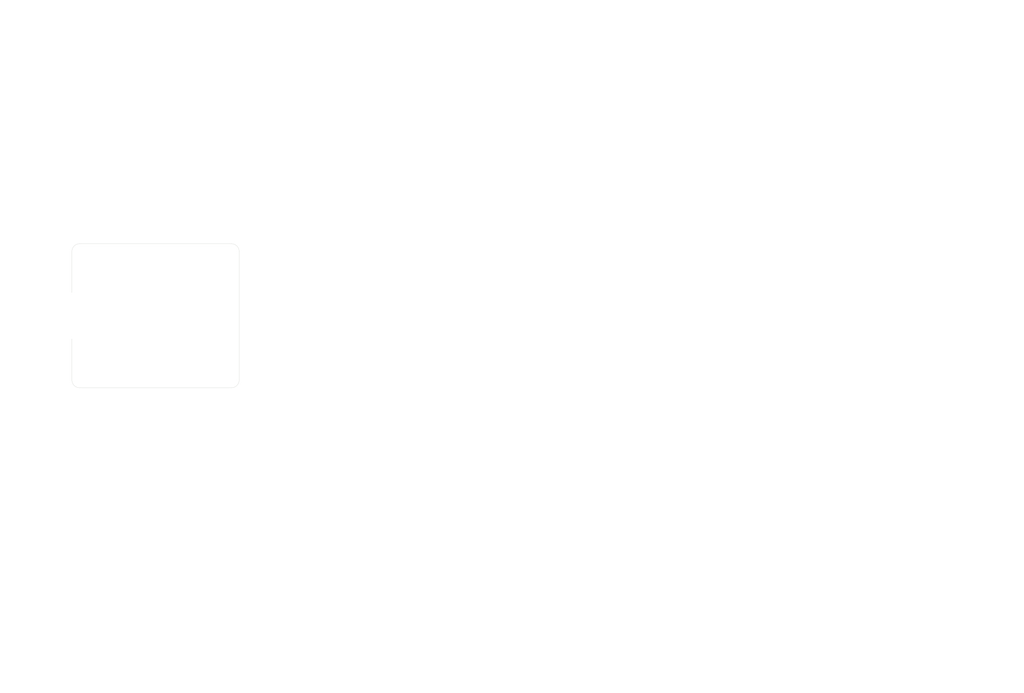
<source format=kicad_pcb>
(kicad_pcb (version 20241229) (generator "pcbnew") (generator_version "9.0")
  (title_block (title "Example Project") (date "2025-09-17") (company "Fresu Electronics LLC") (comment 3 "irkenk8@gmail.com") (comment 4 "Irina Kenko"))
  (layers (0 "F.Cu" signal) (2 "B.Cu" signal) (13 "F.Paste" user) (15 "B.Paste" user) (5 "F.SilkS" user "F.Silkscreen") (7 "B.SilkS" user "B.Silkscreen") (1 "F.Mask" user) (3 "B.Mask" user) (25 "Edge.Cuts" user))
  (net 0 "")
  (footprint "MountingHole:MountingHole_2.7mm_M2.5" (layer "F.Cu") (at 241.82 122.12)
    (property "Reference" "MH2" (hide yes))
    (property "Value" "MountingHole_2.7mm_M2.5" (hide yes))
    (pad "" np_thru_hole circle (at 0 0) (size 2.7 2.7) (drill 2.7) (layers "*.Cu" "*.Mask"))
  )
  (footprint "MountingHole:MountingHole_2.7mm_M2.5" (layer "F.Cu") (at 183.82 171.12)
    (property "Reference" "MH3" (hide yes))
    (property "Value" "MountingHole_2.7mm_M2.5" (hide yes))
    (pad "" np_thru_hole circle (at 0 0) (size 2.7 2.7) (drill 2.7) (layers "*.Cu" "*.Mask"))
  )
  (footprint "MountingHole:MountingHole_2.7mm_M2.5" (layer "F.Cu") (at 183.82 122.12)
    (property "Reference" "MH1" (hide yes))
    (property "Value" "MountingHole_2.7mm_M2.5" (hide yes))
    (pad "" np_thru_hole circle (at 0 0) (size 2.7 2.7) (drill 2.7) (layers "*.Cu" "*.Mask"))
  )
  (footprint "MountingHole:MountingHole_2.7mm_M2.5" (layer "F.Cu") (at 241.82 171.12)
    (property "Reference" "MH4" (hide yes))
    (property "Value" "MountingHole_2.7mm_M2.5" (hide yes))
    (pad "" np_thru_hole circle (at 0 0) (size 2.7 2.7) (drill 2.7) (layers "*.Cu" "*.Mask"))
  )
  (gr_arc (start 242.32 118.62) (mid 244.44132 119.49868) (end 245.32 121.62) (stroke (width 0.1)) (layer "Edge.Cuts"))
  (gr_line (start 245.32 171.62) (end 245.32 121.62) (stroke (width 0.1)) (layer "Edge.Cuts"))
  (gr_line (start 180.32 121.62) (end 180.32 137.62) (stroke (width 0.1)) (layer "Edge.Cuts"))
  (gr_arc (start 183.32 174.62) (mid 181.19868 173.74132) (end 180.32 171.62) (stroke (width 0.1)) (layer "Edge.Cuts"))
  (gr_line (start 183.32 174.62) (end 242.32 174.62) (stroke (width 0.1)) (layer "Edge.Cuts"))
  (gr_arc (start 245.32 171.62) (mid 244.44132 173.74132) (end 242.32 174.62) (stroke (width 0.1)) (layer "Edge.Cuts"))
  (gr_arc (start 180.32 121.62) (mid 181.19868 119.49868) (end 183.32 118.62) (stroke (width 0.1)) (layer "Edge.Cuts"))
  (gr_line (start 180.32 155.62) (end 180.32 171.62) (stroke (width 0.1)) (layer "Edge.Cuts"))
  (gr_line (start 242.32 118.62) (end 183.32 118.62) (stroke (width 0.1)) (layer "Edge.Cuts"))
)
</source>
